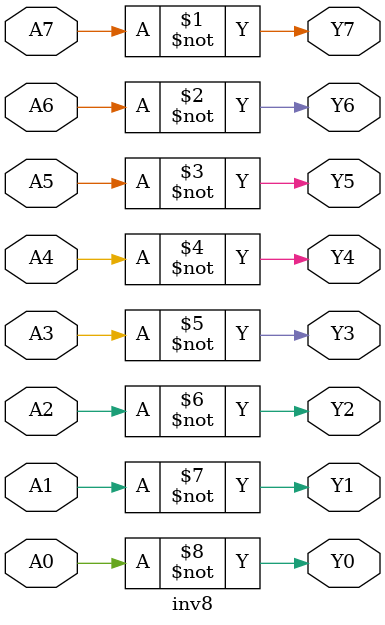
<source format=v>
module inv8( A0, A1, A2, A3, A4, A5, A6, A7, Y0, Y1, Y2, Y3, Y4, Y5, Y6, Y7 );
 input A0, A1, A2, A3, A4, A5, A6, A7;
output Y0, Y1, Y2, Y3, Y4, Y5, Y6, Y7;

not INST1 ( Y7, A7 );
not INST2 ( Y6, A6 );
not INST3 ( Y5, A5 );
not INST4 ( Y4, A4 );
not INST5 ( Y3, A3 );
not INST6 ( Y2, A2 );
not INST7 ( Y1, A1 );
not INST8 ( Y0, A0 );

endmodule // inv8

</source>
